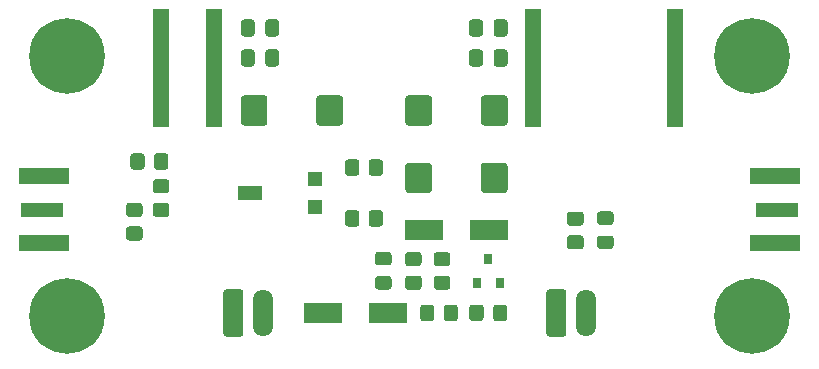
<source format=gts>
G04 #@! TF.GenerationSoftware,KiCad,Pcbnew,5.1.10-88a1d61d58~90~ubuntu21.04.1*
G04 #@! TF.CreationDate,2021-09-19T17:29:36+02:00*
G04 #@! TF.ProjectId,23cm_PA,3233636d-5f50-4412-9e6b-696361645f70,rev?*
G04 #@! TF.SameCoordinates,Original*
G04 #@! TF.FileFunction,Soldermask,Top*
G04 #@! TF.FilePolarity,Negative*
%FSLAX46Y46*%
G04 Gerber Fmt 4.6, Leading zero omitted, Abs format (unit mm)*
G04 Created by KiCad (PCBNEW 5.1.10-88a1d61d58~90~ubuntu21.04.1) date 2021-09-19 17:29:36*
%MOMM*%
%LPD*%
G01*
G04 APERTURE LIST*
%ADD10R,1.300000X1.300000*%
%ADD11R,2.000000X1.300000*%
%ADD12R,1.460000X10.000000*%
%ADD13R,3.300000X1.700000*%
%ADD14C,6.400000*%
%ADD15C,3.600000*%
%ADD16R,0.800000X0.900000*%
%ADD17R,3.600000X1.270000*%
%ADD18R,4.200000X1.350000*%
%ADD19O,1.700000X4.000000*%
G04 APERTURE END LIST*
D10*
X125051000Y-116720000D03*
D11*
X119551000Y-115570000D03*
D10*
X125051000Y-114420000D03*
D12*
X155500000Y-105000000D03*
X143500000Y-105000000D03*
X116500000Y-105000000D03*
X112000000Y-105000000D03*
D13*
X139730000Y-118745000D03*
X134230000Y-118745000D03*
D14*
X104000000Y-126000000D03*
D15*
X104000000Y-126000000D03*
D14*
X162000000Y-126000000D03*
D15*
X162000000Y-126000000D03*
D14*
X162000000Y-104000000D03*
D15*
X162000000Y-104000000D03*
D14*
X104000000Y-104000000D03*
D15*
X104000000Y-104000000D03*
G36*
G01*
X110600000Y-112452999D02*
X110600000Y-113353001D01*
G75*
G02*
X110350001Y-113603000I-249999J0D01*
G01*
X109649999Y-113603000D01*
G75*
G02*
X109400000Y-113353001I0J249999D01*
G01*
X109400000Y-112452999D01*
G75*
G02*
X109649999Y-112203000I249999J0D01*
G01*
X110350001Y-112203000D01*
G75*
G02*
X110600000Y-112452999I0J-249999D01*
G01*
G37*
G36*
G01*
X112600000Y-112452999D02*
X112600000Y-113353001D01*
G75*
G02*
X112350001Y-113603000I-249999J0D01*
G01*
X111649999Y-113603000D01*
G75*
G02*
X111400000Y-113353001I0J249999D01*
G01*
X111400000Y-112452999D01*
G75*
G02*
X111649999Y-112203000I249999J0D01*
G01*
X112350001Y-112203000D01*
G75*
G02*
X112600000Y-112452999I0J-249999D01*
G01*
G37*
G36*
G01*
X109277999Y-118400000D02*
X110178001Y-118400000D01*
G75*
G02*
X110428000Y-118649999I0J-249999D01*
G01*
X110428000Y-119350001D01*
G75*
G02*
X110178001Y-119600000I-249999J0D01*
G01*
X109277999Y-119600000D01*
G75*
G02*
X109028000Y-119350001I0J249999D01*
G01*
X109028000Y-118649999D01*
G75*
G02*
X109277999Y-118400000I249999J0D01*
G01*
G37*
G36*
G01*
X109277999Y-116400000D02*
X110178001Y-116400000D01*
G75*
G02*
X110428000Y-116649999I0J-249999D01*
G01*
X110428000Y-117350001D01*
G75*
G02*
X110178001Y-117600000I-249999J0D01*
G01*
X109277999Y-117600000D01*
G75*
G02*
X109028000Y-117350001I0J249999D01*
G01*
X109028000Y-116649999D01*
G75*
G02*
X109277999Y-116400000I249999J0D01*
G01*
G37*
G36*
G01*
X111549999Y-116400000D02*
X112450001Y-116400000D01*
G75*
G02*
X112700000Y-116649999I0J-249999D01*
G01*
X112700000Y-117350001D01*
G75*
G02*
X112450001Y-117600000I-249999J0D01*
G01*
X111549999Y-117600000D01*
G75*
G02*
X111300000Y-117350001I0J249999D01*
G01*
X111300000Y-116649999D01*
G75*
G02*
X111549999Y-116400000I249999J0D01*
G01*
G37*
G36*
G01*
X111549999Y-114400000D02*
X112450001Y-114400000D01*
G75*
G02*
X112700000Y-114649999I0J-249999D01*
G01*
X112700000Y-115350001D01*
G75*
G02*
X112450001Y-115600000I-249999J0D01*
G01*
X111549999Y-115600000D01*
G75*
G02*
X111300000Y-115350001I0J249999D01*
G01*
X111300000Y-114649999D01*
G75*
G02*
X111549999Y-114400000I249999J0D01*
G01*
G37*
G36*
G01*
X129575000Y-113870001D02*
X129575000Y-112969999D01*
G75*
G02*
X129824999Y-112720000I249999J0D01*
G01*
X130525001Y-112720000D01*
G75*
G02*
X130775000Y-112969999I0J-249999D01*
G01*
X130775000Y-113870001D01*
G75*
G02*
X130525001Y-114120000I-249999J0D01*
G01*
X129824999Y-114120000D01*
G75*
G02*
X129575000Y-113870001I0J249999D01*
G01*
G37*
G36*
G01*
X127575000Y-113870001D02*
X127575000Y-112969999D01*
G75*
G02*
X127824999Y-112720000I249999J0D01*
G01*
X128525001Y-112720000D01*
G75*
G02*
X128775000Y-112969999I0J-249999D01*
G01*
X128775000Y-113870001D01*
G75*
G02*
X128525001Y-114120000I-249999J0D01*
G01*
X127824999Y-114120000D01*
G75*
G02*
X127575000Y-113870001I0J249999D01*
G01*
G37*
G36*
G01*
X132899999Y-122574000D02*
X133800001Y-122574000D01*
G75*
G02*
X134050000Y-122823999I0J-249999D01*
G01*
X134050000Y-123524001D01*
G75*
G02*
X133800001Y-123774000I-249999J0D01*
G01*
X132899999Y-123774000D01*
G75*
G02*
X132650000Y-123524001I0J249999D01*
G01*
X132650000Y-122823999D01*
G75*
G02*
X132899999Y-122574000I249999J0D01*
G01*
G37*
G36*
G01*
X132899999Y-120574000D02*
X133800001Y-120574000D01*
G75*
G02*
X134050000Y-120823999I0J-249999D01*
G01*
X134050000Y-121524001D01*
G75*
G02*
X133800001Y-121774000I-249999J0D01*
G01*
X132899999Y-121774000D01*
G75*
G02*
X132650000Y-121524001I0J249999D01*
G01*
X132650000Y-120823999D01*
G75*
G02*
X132899999Y-120574000I249999J0D01*
G01*
G37*
G36*
G01*
X128775000Y-117269999D02*
X128775000Y-118170001D01*
G75*
G02*
X128525001Y-118420000I-249999J0D01*
G01*
X127824999Y-118420000D01*
G75*
G02*
X127575000Y-118170001I0J249999D01*
G01*
X127575000Y-117269999D01*
G75*
G02*
X127824999Y-117020000I249999J0D01*
G01*
X128525001Y-117020000D01*
G75*
G02*
X128775000Y-117269999I0J-249999D01*
G01*
G37*
G36*
G01*
X130775000Y-117269999D02*
X130775000Y-118170001D01*
G75*
G02*
X130525001Y-118420000I-249999J0D01*
G01*
X129824999Y-118420000D01*
G75*
G02*
X129575000Y-118170001I0J249999D01*
G01*
X129575000Y-117269999D01*
G75*
G02*
X129824999Y-117020000I249999J0D01*
G01*
X130525001Y-117020000D01*
G75*
G02*
X130775000Y-117269999I0J-249999D01*
G01*
G37*
G36*
G01*
X135339999Y-122574000D02*
X136240001Y-122574000D01*
G75*
G02*
X136490000Y-122823999I0J-249999D01*
G01*
X136490000Y-123524001D01*
G75*
G02*
X136240001Y-123774000I-249999J0D01*
G01*
X135339999Y-123774000D01*
G75*
G02*
X135090000Y-123524001I0J249999D01*
G01*
X135090000Y-122823999D01*
G75*
G02*
X135339999Y-122574000I249999J0D01*
G01*
G37*
G36*
G01*
X135339999Y-120574000D02*
X136240001Y-120574000D01*
G75*
G02*
X136490000Y-120823999I0J-249999D01*
G01*
X136490000Y-121524001D01*
G75*
G02*
X136240001Y-121774000I-249999J0D01*
G01*
X135339999Y-121774000D01*
G75*
G02*
X135090000Y-121524001I0J249999D01*
G01*
X135090000Y-120823999D01*
G75*
G02*
X135339999Y-120574000I249999J0D01*
G01*
G37*
G36*
G01*
X135125000Y-125279999D02*
X135125000Y-126180001D01*
G75*
G02*
X134875001Y-126430000I-249999J0D01*
G01*
X134174999Y-126430000D01*
G75*
G02*
X133925000Y-126180001I0J249999D01*
G01*
X133925000Y-125279999D01*
G75*
G02*
X134174999Y-125030000I249999J0D01*
G01*
X134875001Y-125030000D01*
G75*
G02*
X135125000Y-125279999I0J-249999D01*
G01*
G37*
G36*
G01*
X137125000Y-125279999D02*
X137125000Y-126180001D01*
G75*
G02*
X136875001Y-126430000I-249999J0D01*
G01*
X136174999Y-126430000D01*
G75*
G02*
X135925000Y-126180001I0J249999D01*
G01*
X135925000Y-125279999D01*
G75*
G02*
X136174999Y-125030000I249999J0D01*
G01*
X136875001Y-125030000D01*
G75*
G02*
X137125000Y-125279999I0J-249999D01*
G01*
G37*
G36*
G01*
X147516001Y-118345000D02*
X146615999Y-118345000D01*
G75*
G02*
X146366000Y-118095001I0J249999D01*
G01*
X146366000Y-117394999D01*
G75*
G02*
X146615999Y-117145000I249999J0D01*
G01*
X147516001Y-117145000D01*
G75*
G02*
X147766000Y-117394999I0J-249999D01*
G01*
X147766000Y-118095001D01*
G75*
G02*
X147516001Y-118345000I-249999J0D01*
G01*
G37*
G36*
G01*
X147516001Y-120345000D02*
X146615999Y-120345000D01*
G75*
G02*
X146366000Y-120095001I0J249999D01*
G01*
X146366000Y-119394999D01*
G75*
G02*
X146615999Y-119145000I249999J0D01*
G01*
X147516001Y-119145000D01*
G75*
G02*
X147766000Y-119394999I0J-249999D01*
G01*
X147766000Y-120095001D01*
G75*
G02*
X147516001Y-120345000I-249999J0D01*
G01*
G37*
G36*
G01*
X139300000Y-125279999D02*
X139300000Y-126180001D01*
G75*
G02*
X139050001Y-126430000I-249999J0D01*
G01*
X138349999Y-126430000D01*
G75*
G02*
X138100000Y-126180001I0J249999D01*
G01*
X138100000Y-125279999D01*
G75*
G02*
X138349999Y-125030000I249999J0D01*
G01*
X139050001Y-125030000D01*
G75*
G02*
X139300000Y-125279999I0J-249999D01*
G01*
G37*
G36*
G01*
X141300000Y-125279999D02*
X141300000Y-126180001D01*
G75*
G02*
X141050001Y-126430000I-249999J0D01*
G01*
X140349999Y-126430000D01*
G75*
G02*
X140100000Y-126180001I0J249999D01*
G01*
X140100000Y-125279999D01*
G75*
G02*
X140349999Y-125030000I249999J0D01*
G01*
X141050001Y-125030000D01*
G75*
G02*
X141300000Y-125279999I0J-249999D01*
G01*
G37*
D16*
X139700000Y-121174000D03*
X140650000Y-123174000D03*
X138750000Y-123174000D03*
D17*
X101908000Y-117000000D03*
D18*
X102108000Y-119825000D03*
X102108000Y-114175000D03*
D17*
X164157000Y-117000000D03*
D18*
X163957000Y-114175000D03*
X163957000Y-119825000D03*
D19*
X147955000Y-125730000D03*
G36*
G01*
X144605000Y-127480100D02*
X144605000Y-123979900D01*
G75*
G02*
X144854900Y-123730000I249900J0D01*
G01*
X146055100Y-123730000D01*
G75*
G02*
X146305000Y-123979900I0J-249900D01*
G01*
X146305000Y-127480100D01*
G75*
G02*
X146055100Y-127730000I-249900J0D01*
G01*
X144854900Y-127730000D01*
G75*
G02*
X144605000Y-127480100I0J249900D01*
G01*
G37*
X120610000Y-125730000D03*
G36*
G01*
X117260000Y-127480100D02*
X117260000Y-123979900D01*
G75*
G02*
X117509900Y-123730000I249900J0D01*
G01*
X118710100Y-123730000D01*
G75*
G02*
X118960000Y-123979900I0J-249900D01*
G01*
X118960000Y-127480100D01*
G75*
G02*
X118710100Y-127730000I-249900J0D01*
G01*
X117509900Y-127730000D01*
G75*
G02*
X117260000Y-127480100I0J249900D01*
G01*
G37*
G36*
G01*
X131260001Y-121701500D02*
X130359999Y-121701500D01*
G75*
G02*
X130110000Y-121451501I0J249999D01*
G01*
X130110000Y-120801499D01*
G75*
G02*
X130359999Y-120551500I249999J0D01*
G01*
X131260001Y-120551500D01*
G75*
G02*
X131510000Y-120801499I0J-249999D01*
G01*
X131510000Y-121451501D01*
G75*
G02*
X131260001Y-121701500I-249999J0D01*
G01*
G37*
G36*
G01*
X131260001Y-123751500D02*
X130359999Y-123751500D01*
G75*
G02*
X130110000Y-123501501I0J249999D01*
G01*
X130110000Y-122851499D01*
G75*
G02*
X130359999Y-122601500I249999J0D01*
G01*
X131260001Y-122601500D01*
G75*
G02*
X131510000Y-122851499I0J-249999D01*
G01*
X131510000Y-123501501D01*
G75*
G02*
X131260001Y-123751500I-249999J0D01*
G01*
G37*
D13*
X131230000Y-125730000D03*
X125730000Y-125730000D03*
G36*
G01*
X150056001Y-118272500D02*
X149155999Y-118272500D01*
G75*
G02*
X148906000Y-118022501I0J249999D01*
G01*
X148906000Y-117372499D01*
G75*
G02*
X149155999Y-117122500I249999J0D01*
G01*
X150056001Y-117122500D01*
G75*
G02*
X150306000Y-117372499I0J-249999D01*
G01*
X150306000Y-118022501D01*
G75*
G02*
X150056001Y-118272500I-249999J0D01*
G01*
G37*
G36*
G01*
X150056001Y-120322500D02*
X149155999Y-120322500D01*
G75*
G02*
X148906000Y-120072501I0J249999D01*
G01*
X148906000Y-119422499D01*
G75*
G02*
X149155999Y-119172500I249999J0D01*
G01*
X150056001Y-119172500D01*
G75*
G02*
X150306000Y-119422499I0J-249999D01*
G01*
X150306000Y-120072501D01*
G75*
G02*
X150056001Y-120322500I-249999J0D01*
G01*
G37*
G36*
G01*
X140150000Y-102075000D02*
X140150000Y-101125000D01*
G75*
G02*
X140400000Y-100875000I250000J0D01*
G01*
X141075000Y-100875000D01*
G75*
G02*
X141325000Y-101125000I0J-250000D01*
G01*
X141325000Y-102075000D01*
G75*
G02*
X141075000Y-102325000I-250000J0D01*
G01*
X140400000Y-102325000D01*
G75*
G02*
X140150000Y-102075000I0J250000D01*
G01*
G37*
G36*
G01*
X138075000Y-102075000D02*
X138075000Y-101125000D01*
G75*
G02*
X138325000Y-100875000I250000J0D01*
G01*
X139000000Y-100875000D01*
G75*
G02*
X139250000Y-101125000I0J-250000D01*
G01*
X139250000Y-102075000D01*
G75*
G02*
X139000000Y-102325000I-250000J0D01*
G01*
X138325000Y-102325000D01*
G75*
G02*
X138075000Y-102075000I0J250000D01*
G01*
G37*
G36*
G01*
X120824500Y-102075000D02*
X120824500Y-101125000D01*
G75*
G02*
X121074500Y-100875000I250000J0D01*
G01*
X121749500Y-100875000D01*
G75*
G02*
X121999500Y-101125000I0J-250000D01*
G01*
X121999500Y-102075000D01*
G75*
G02*
X121749500Y-102325000I-250000J0D01*
G01*
X121074500Y-102325000D01*
G75*
G02*
X120824500Y-102075000I0J250000D01*
G01*
G37*
G36*
G01*
X118749500Y-102075000D02*
X118749500Y-101125000D01*
G75*
G02*
X118999500Y-100875000I250000J0D01*
G01*
X119674500Y-100875000D01*
G75*
G02*
X119924500Y-101125000I0J-250000D01*
G01*
X119924500Y-102075000D01*
G75*
G02*
X119674500Y-102325000I-250000J0D01*
G01*
X118999500Y-102325000D01*
G75*
G02*
X118749500Y-102075000I0J250000D01*
G01*
G37*
G36*
G01*
X140150000Y-104615000D02*
X140150000Y-103665000D01*
G75*
G02*
X140400000Y-103415000I250000J0D01*
G01*
X141075000Y-103415000D01*
G75*
G02*
X141325000Y-103665000I0J-250000D01*
G01*
X141325000Y-104615000D01*
G75*
G02*
X141075000Y-104865000I-250000J0D01*
G01*
X140400000Y-104865000D01*
G75*
G02*
X140150000Y-104615000I0J250000D01*
G01*
G37*
G36*
G01*
X138075000Y-104615000D02*
X138075000Y-103665000D01*
G75*
G02*
X138325000Y-103415000I250000J0D01*
G01*
X139000000Y-103415000D01*
G75*
G02*
X139250000Y-103665000I0J-250000D01*
G01*
X139250000Y-104615000D01*
G75*
G02*
X139000000Y-104865000I-250000J0D01*
G01*
X138325000Y-104865000D01*
G75*
G02*
X138075000Y-104615000I0J250000D01*
G01*
G37*
G36*
G01*
X120824500Y-104615000D02*
X120824500Y-103665000D01*
G75*
G02*
X121074500Y-103415000I250000J0D01*
G01*
X121749500Y-103415000D01*
G75*
G02*
X121999500Y-103665000I0J-250000D01*
G01*
X121999500Y-104615000D01*
G75*
G02*
X121749500Y-104865000I-250000J0D01*
G01*
X121074500Y-104865000D01*
G75*
G02*
X120824500Y-104615000I0J250000D01*
G01*
G37*
G36*
G01*
X118749500Y-104615000D02*
X118749500Y-103665000D01*
G75*
G02*
X118999500Y-103415000I250000J0D01*
G01*
X119674500Y-103415000D01*
G75*
G02*
X119924500Y-103665000I0J-250000D01*
G01*
X119924500Y-104615000D01*
G75*
G02*
X119674500Y-104865000I-250000J0D01*
G01*
X118999500Y-104865000D01*
G75*
G02*
X118749500Y-104615000I0J250000D01*
G01*
G37*
G36*
G01*
X139075000Y-115325001D02*
X139075000Y-113274999D01*
G75*
G02*
X139324999Y-113025000I249999J0D01*
G01*
X141075001Y-113025000D01*
G75*
G02*
X141325000Y-113274999I0J-249999D01*
G01*
X141325000Y-115325001D01*
G75*
G02*
X141075001Y-115575000I-249999J0D01*
G01*
X139324999Y-115575000D01*
G75*
G02*
X139075000Y-115325001I0J249999D01*
G01*
G37*
G36*
G01*
X132675000Y-115325001D02*
X132675000Y-113274999D01*
G75*
G02*
X132924999Y-113025000I249999J0D01*
G01*
X134675001Y-113025000D01*
G75*
G02*
X134925000Y-113274999I0J-249999D01*
G01*
X134925000Y-115325001D01*
G75*
G02*
X134675001Y-115575000I-249999J0D01*
G01*
X132924999Y-115575000D01*
G75*
G02*
X132675000Y-115325001I0J249999D01*
G01*
G37*
G36*
G01*
X120999500Y-107559999D02*
X120999500Y-109610001D01*
G75*
G02*
X120749501Y-109860000I-249999J0D01*
G01*
X118999499Y-109860000D01*
G75*
G02*
X118749500Y-109610001I0J249999D01*
G01*
X118749500Y-107559999D01*
G75*
G02*
X118999499Y-107310000I249999J0D01*
G01*
X120749501Y-107310000D01*
G75*
G02*
X120999500Y-107559999I0J-249999D01*
G01*
G37*
G36*
G01*
X127399500Y-107559999D02*
X127399500Y-109610001D01*
G75*
G02*
X127149501Y-109860000I-249999J0D01*
G01*
X125399499Y-109860000D01*
G75*
G02*
X125149500Y-109610001I0J249999D01*
G01*
X125149500Y-107559999D01*
G75*
G02*
X125399499Y-107310000I249999J0D01*
G01*
X127149501Y-107310000D01*
G75*
G02*
X127399500Y-107559999I0J-249999D01*
G01*
G37*
G36*
G01*
X139075000Y-109610001D02*
X139075000Y-107559999D01*
G75*
G02*
X139324999Y-107310000I249999J0D01*
G01*
X141075001Y-107310000D01*
G75*
G02*
X141325000Y-107559999I0J-249999D01*
G01*
X141325000Y-109610001D01*
G75*
G02*
X141075001Y-109860000I-249999J0D01*
G01*
X139324999Y-109860000D01*
G75*
G02*
X139075000Y-109610001I0J249999D01*
G01*
G37*
G36*
G01*
X132675000Y-109610001D02*
X132675000Y-107559999D01*
G75*
G02*
X132924999Y-107310000I249999J0D01*
G01*
X134675001Y-107310000D01*
G75*
G02*
X134925000Y-107559999I0J-249999D01*
G01*
X134925000Y-109610001D01*
G75*
G02*
X134675001Y-109860000I-249999J0D01*
G01*
X132924999Y-109860000D01*
G75*
G02*
X132675000Y-109610001I0J249999D01*
G01*
G37*
M02*

</source>
